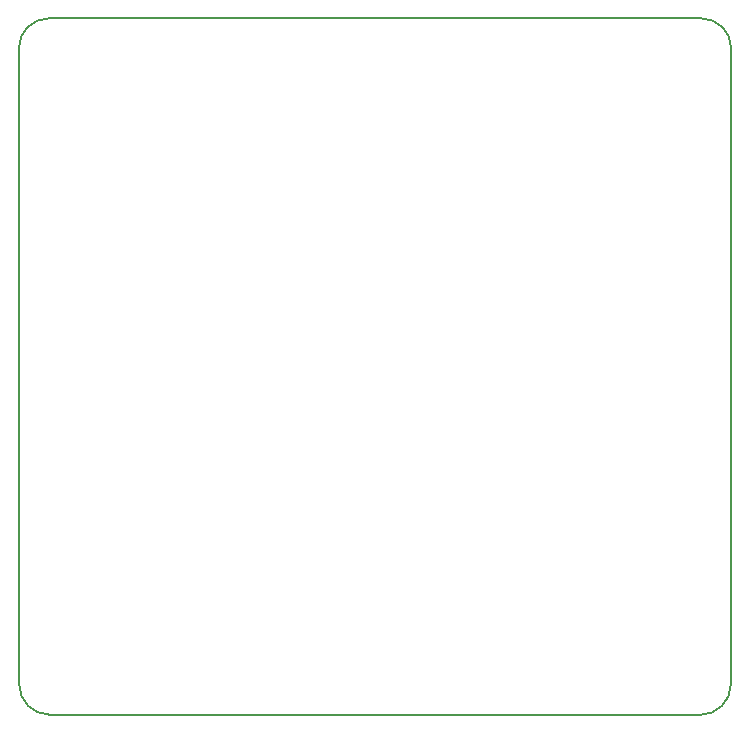
<source format=gbr>
G04 #@! TF.GenerationSoftware,KiCad,Pcbnew,5.1.1-8be2ce7~80~ubuntu18.10.1*
G04 #@! TF.CreationDate,2019-06-22T16:49:51+02:00*
G04 #@! TF.ProjectId,Spartan6,53706172-7461-46e3-962e-6b696361645f,rev?*
G04 #@! TF.SameCoordinates,Original*
G04 #@! TF.FileFunction,Profile,NP*
%FSLAX46Y46*%
G04 Gerber Fmt 4.6, Leading zero omitted, Abs format (unit mm)*
G04 Created by KiCad (PCBNEW 5.1.1-8be2ce7~80~ubuntu18.10.1) date 2019-06-22 16:49:51*
%MOMM*%
%LPD*%
G04 APERTURE LIST*
%ADD10C,0.150000*%
G04 APERTURE END LIST*
D10*
X88864440Y-95145860D02*
X33693100Y-95140780D01*
X91404440Y-92603320D02*
X91440000Y-38735000D01*
X33655000Y-36195000D02*
X88900000Y-36195000D01*
X31153100Y-92600780D02*
X31115000Y-38735000D01*
X31115000Y-38735000D02*
G75*
G02X33655000Y-36195000I2540000J0D01*
G01*
X88900000Y-36195000D02*
G75*
G02X91440000Y-38735000I0J-2540000D01*
G01*
X91404440Y-92605860D02*
G75*
G02X88864440Y-95145860I-2540000J0D01*
G01*
X33693100Y-95140780D02*
G75*
G02X31153100Y-92600780I0J2540000D01*
G01*
M02*

</source>
